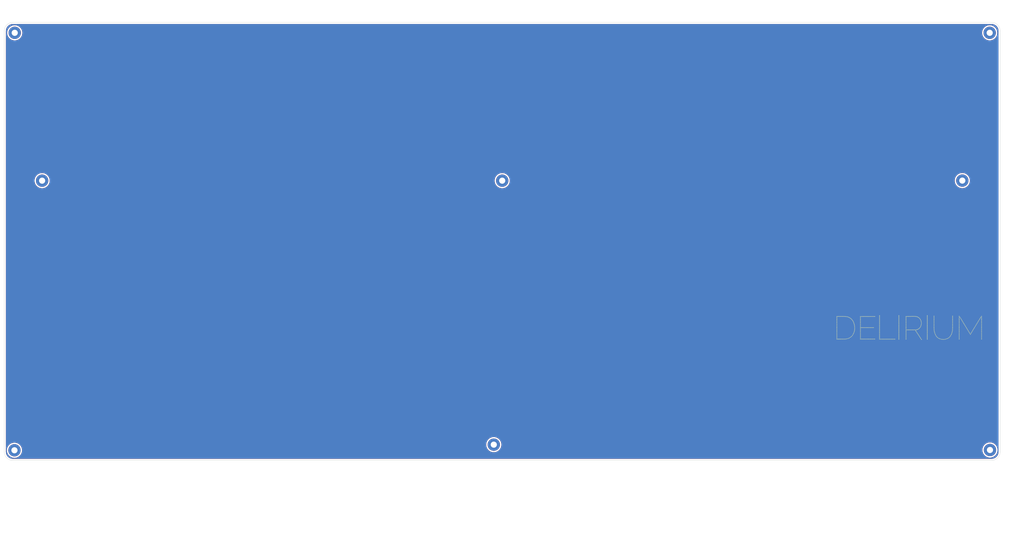
<source format=kicad_pcb>
(kicad_pcb (version 20171130) (host pcbnew "(5.1.10)-1")
  (title_block (title EnvKB) (date 2021-04-06) (rev Rev.1))
  (layers (0 F.Cu signal) (31 B.Cu signal) (34 B.Paste user) (35 F.Paste user) (36 B.SilkS user) (37 F.SilkS user) (38 B.Mask user) (39 F.Mask user) (44 Edge.Cuts user))
  (net 0 "")
  (module MountingHole:MountingHole_2.2mm_M2_Pad (layer F.Cu) (at 376.075 116.06)
    (fp_text reference H10)
    (fp_text value MountingHole)
    (pad 1 thru_hole circle (at 0 0) (size 4.4 4.4) (drill 2.2) (layers *.Cu *.Mask))
  )
  (module MountingHole:MountingHole_2.2mm_M2_Pad (layer F.Cu) (at 48.375 116.085)
    (fp_text reference H9)
    (fp_text value MountingHole)
    (pad 1 thru_hole circle (at 0 0) (size 4.4 4.4) (drill 2.2) (layers *.Cu *.Mask))
  )
  (module MountingHole:MountingHole_2.2mm_M2_Pad (layer F.Cu) (at 209.225 210.185)
    (fp_text reference H7)
    (fp_text value MountingHole)
    (pad 1 thru_hole circle (at 0 0) (size 4.4 4.4) (drill 2.2) (layers *.Cu *.Mask))
  )
  (module MountingHole:MountingHole_2.2mm_M2_Pad (layer F.Cu) (at 212.225 116.085)
    (fp_text reference H6)
    (fp_text value MountingHole)
    (pad 1 thru_hole circle (at 0 0) (size 4.4 4.4) (drill 2.2) (layers *.Cu *.Mask))
  )
  (module MountingHole:MountingHole_2.2mm_M2_Pad (layer F.Cu) (at 385.925 212.085)
    (fp_text reference H4)
    (fp_text value MountingHole)
    (pad 1 thru_hole circle (at 0 0) (size 4.4 4.4) (drill 2.2) (layers *.Cu *.Mask))
  )
  (module MountingHole:MountingHole_2.2mm_M2_Pad (layer F.Cu) (at 38.525 212.185)
    (fp_text reference H3)
    (fp_text value MountingHole)
    (pad 1 thru_hole circle (at 0 0) (size 4.4 4.4) (drill 2.2) (layers *.Cu *.Mask))
  )
  (module MountingHole:MountingHole_2.2mm_M2_Pad (layer F.Cu) (at 385.825 63.385)
    (fp_text reference H1)
    (fp_text value MountingHole)
    (pad 1 thru_hole circle (at 0 0) (size 4.4 4.4) (drill 2.2) (layers *.Cu *.Mask))
  )
  (module MountingHole:MountingHole_2.2mm_M2_Pad (layer F.Cu) (at 38.625 63.385)
    (fp_text reference H0)
    (fp_text value MountingHole)
    (pad 1 thru_hole circle (at 0 0) (size 4.4 4.4) (drill 2.2) (layers *.Cu *.Mask))
  )
  (module EM_Logo:KBLogo (layer F.Cu) (at 357.125 168.46)
    (fp_text reference G*** hide)
    (fp_text value LOGO hide)
  )
  (gr_line (start 389.525 62.685) (end 389.525 212.785) (layer Edge.Cuts) (width 0.1))
  (gr_arc (start 386.525 62.685) (end 389.525 62.685) (angle -90) (layer Edge.Cuts) (width 0.1))
  (gr_arc (start 37.925 62.685) (end 37.925 59.685) (angle -90) (layer Edge.Cuts) (width 0.1))
  (gr_arc (start 37.925 212.785) (end 34.925 212.785) (angle -90) (layer Edge.Cuts) (width 0.1))
  (gr_arc (start 386.525 212.785) (end 386.525 215.785) (angle -90) (layer Edge.Cuts) (width 0.1))
  (gr_line (start 37.925 59.685) (end 386.525 59.685) (layer Edge.Cuts) (width 0.1))
  (gr_line (start 34.925 212.785) (end 34.925 62.685) (layer Edge.Cuts) (width 0.1))
  (gr_line (start 386.525 215.785) (end 37.925 215.785) (layer Edge.Cuts) (width 0.1))
  (zone (net 0) (net_name "") (layer F.Cu) (connect_pads (clearance 0.508)) (min_thickness 0.254) (fill yes (arc_segments 32) (thermal_gap 0.508) (thermal_bridge_width 0.508))
    (polygon (pts (xy 389.525 215.785) (xy 34.925 215.785) (xy 34.925 59.685) (xy 389.525 59.685)))
  )
  (zone (net 0) (net_name "") (layer B.Cu) (connect_pads (clearance 0.508)) (min_thickness 0.254) (fill yes (arc_segments 32) (thermal_gap 0.508) (thermal_bridge_width 0.508))
    (polygon (pts (xy 389.525 215.785) (xy 34.925 215.785) (xy 34.925 59.685) (xy 389.525 59.685)))
  )
)
</source>
